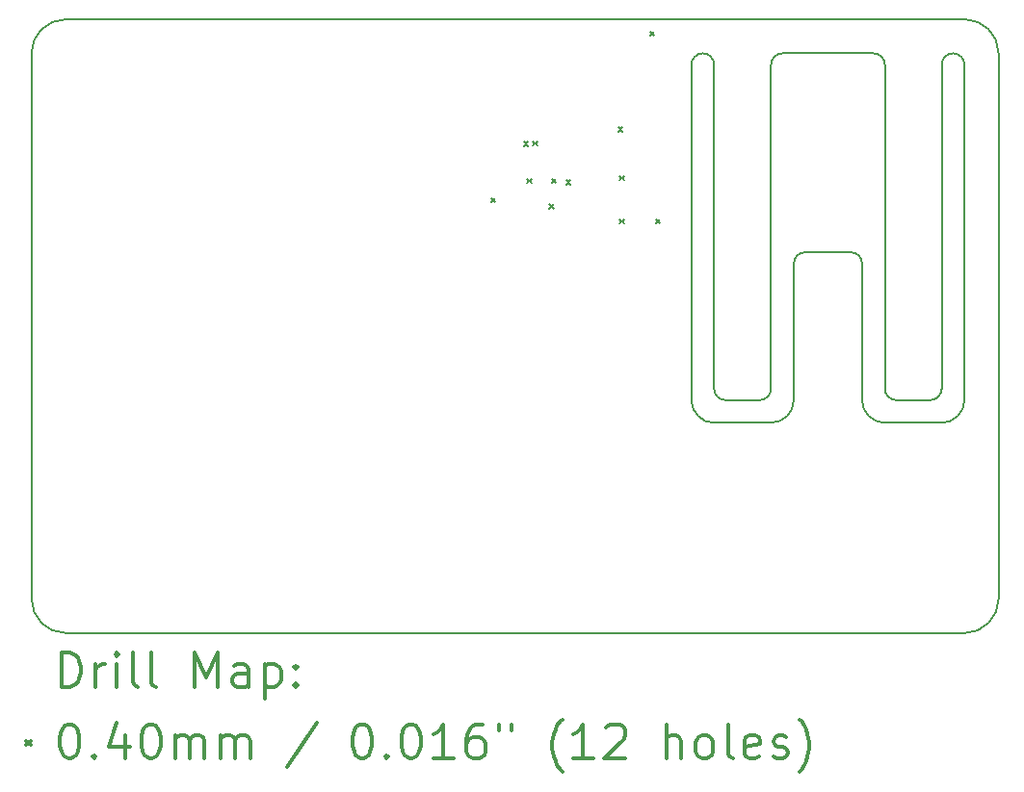
<source format=gbr>
%FSLAX45Y45*%
G04 Gerber Fmt 4.5, Leading zero omitted, Abs format (unit mm)*
G04 Created by KiCad (PCBNEW 4.0.7) date 06/25/18 21:14:00*
%MOMM*%
%LPD*%
G01*
G04 APERTURE LIST*
%ADD10C,0.127000*%
%ADD11C,0.150000*%
%ADD12C,0.200000*%
%ADD13C,0.300000*%
G04 APERTURE END LIST*
D10*
D11*
X12600000Y-5800000D02*
G75*
G03X12500000Y-5900000I0J-100000D01*
G01*
X13500000Y-5900000D02*
G75*
G03X13400000Y-5800000I-100000J0D01*
G01*
X13400000Y-5800000D02*
X12600000Y-5800000D01*
X13600000Y-8850000D02*
X13900000Y-8850000D01*
X12100000Y-8850000D02*
X12400000Y-8850000D01*
X12000000Y-8750000D02*
X12000000Y-8750000D01*
X12500000Y-5900000D02*
X12500000Y-8750000D01*
X12400000Y-8850000D02*
G75*
G03X12500000Y-8750000I0J100000D01*
G01*
X12000000Y-8750000D02*
G75*
G03X12100000Y-8850000I100000J0D01*
G01*
X13900000Y-8850000D02*
G75*
G03X14000000Y-8750000I0J100000D01*
G01*
X14000000Y-5900000D02*
X14000000Y-8750000D01*
X14200000Y-5900000D02*
X14200000Y-6000000D01*
X14200000Y-5900000D02*
G75*
G03X14100000Y-5800000I-100000J0D01*
G01*
X14100000Y-5800000D02*
G75*
G03X14000000Y-5900000I0J-100000D01*
G01*
X11800000Y-5900000D02*
X11800000Y-6000000D01*
X12000000Y-5900000D02*
G75*
G03X11900000Y-5800000I-100000J0D01*
G01*
X11900000Y-5800000D02*
G75*
G03X11800000Y-5900000I0J-100000D01*
G01*
X12000000Y-5900000D02*
X12000000Y-8750000D01*
X13500000Y-8750000D02*
G75*
G03X13600000Y-8850000I100000J0D01*
G01*
X13500000Y-5900000D02*
X13500000Y-8750000D01*
X12500000Y-9050000D02*
G75*
G03X12700000Y-8850000I0J200000D01*
G01*
X13300000Y-8850000D02*
G75*
G03X13500000Y-9050000I200000J0D01*
G01*
X13200000Y-7550000D02*
X12800000Y-7550000D01*
X12800000Y-7550000D02*
G75*
G03X12700000Y-7650000I0J-100000D01*
G01*
X13300000Y-7650000D02*
G75*
G03X13200000Y-7550000I-100000J0D01*
G01*
X14000000Y-9050000D02*
X13500000Y-9050000D01*
X13300000Y-8850000D02*
X13300000Y-7650000D01*
X12500000Y-9050000D02*
X12000000Y-9050000D01*
X12700000Y-8850000D02*
X12700000Y-7650000D01*
X11800000Y-6000000D02*
X11800000Y-8850000D01*
X11800000Y-8850000D02*
G75*
G03X12000000Y-9050000I200000J0D01*
G01*
X14000000Y-9050000D02*
G75*
G03X14200000Y-8850000I0J200000D01*
G01*
X14200000Y-6000000D02*
X14200000Y-8850000D01*
X14200000Y-10900000D02*
G75*
G03X14500000Y-10600000I0J300000D01*
G01*
X14500000Y-5800000D02*
G75*
G03X14200000Y-5500000I-300000J0D01*
G01*
X6000000Y-10600000D02*
G75*
G03X6300000Y-10900000I300000J0D01*
G01*
X6300000Y-5500000D02*
G75*
G03X6000000Y-5800000I0J-300000D01*
G01*
X6300000Y-10900000D02*
X14200000Y-10900000D01*
X6000000Y-10600000D02*
X6000000Y-5800000D01*
X14500000Y-5800000D02*
X14500000Y-10600000D01*
X6300000Y-5500000D02*
X14200000Y-5500000D01*
D12*
X10038400Y-7071681D02*
X10078400Y-7111681D01*
X10078400Y-7071681D02*
X10038400Y-7111681D01*
X10326757Y-6574346D02*
X10366757Y-6614346D01*
X10366757Y-6574346D02*
X10326757Y-6614346D01*
X10355900Y-6901500D02*
X10395900Y-6941500D01*
X10395900Y-6901500D02*
X10355900Y-6941500D01*
X10406700Y-6571300D02*
X10446700Y-6611300D01*
X10446700Y-6571300D02*
X10406700Y-6611300D01*
X10552935Y-7123566D02*
X10592935Y-7163566D01*
X10592935Y-7123566D02*
X10552935Y-7163566D01*
X10571800Y-6901500D02*
X10611800Y-6941500D01*
X10611800Y-6901500D02*
X10571800Y-6941500D01*
X10698800Y-6914201D02*
X10738800Y-6954201D01*
X10738800Y-6914201D02*
X10698800Y-6954201D01*
X11156000Y-6451919D02*
X11196000Y-6491919D01*
X11196000Y-6451919D02*
X11156000Y-6491919D01*
X11168700Y-6876099D02*
X11208700Y-6916099D01*
X11208700Y-6876099D02*
X11168700Y-6916099D01*
X11168700Y-7257100D02*
X11208700Y-7297100D01*
X11208700Y-7257100D02*
X11168700Y-7297100D01*
X11435400Y-5606099D02*
X11475400Y-5646099D01*
X11475400Y-5606099D02*
X11435400Y-5646099D01*
X11485201Y-7257100D02*
X11525201Y-7297100D01*
X11525201Y-7257100D02*
X11485201Y-7297100D01*
D13*
X6263928Y-11373214D02*
X6263928Y-11073214D01*
X6335357Y-11073214D01*
X6378214Y-11087500D01*
X6406786Y-11116072D01*
X6421071Y-11144643D01*
X6435357Y-11201786D01*
X6435357Y-11244643D01*
X6421071Y-11301786D01*
X6406786Y-11330357D01*
X6378214Y-11358929D01*
X6335357Y-11373214D01*
X6263928Y-11373214D01*
X6563928Y-11373214D02*
X6563928Y-11173214D01*
X6563928Y-11230357D02*
X6578214Y-11201786D01*
X6592500Y-11187500D01*
X6621071Y-11173214D01*
X6649643Y-11173214D01*
X6749643Y-11373214D02*
X6749643Y-11173214D01*
X6749643Y-11073214D02*
X6735357Y-11087500D01*
X6749643Y-11101786D01*
X6763928Y-11087500D01*
X6749643Y-11073214D01*
X6749643Y-11101786D01*
X6935357Y-11373214D02*
X6906786Y-11358929D01*
X6892500Y-11330357D01*
X6892500Y-11073214D01*
X7092500Y-11373214D02*
X7063928Y-11358929D01*
X7049643Y-11330357D01*
X7049643Y-11073214D01*
X7435357Y-11373214D02*
X7435357Y-11073214D01*
X7535357Y-11287500D01*
X7635357Y-11073214D01*
X7635357Y-11373214D01*
X7906786Y-11373214D02*
X7906786Y-11216071D01*
X7892500Y-11187500D01*
X7863928Y-11173214D01*
X7806786Y-11173214D01*
X7778214Y-11187500D01*
X7906786Y-11358929D02*
X7878214Y-11373214D01*
X7806786Y-11373214D01*
X7778214Y-11358929D01*
X7763928Y-11330357D01*
X7763928Y-11301786D01*
X7778214Y-11273214D01*
X7806786Y-11258929D01*
X7878214Y-11258929D01*
X7906786Y-11244643D01*
X8049643Y-11173214D02*
X8049643Y-11473214D01*
X8049643Y-11187500D02*
X8078214Y-11173214D01*
X8135357Y-11173214D01*
X8163928Y-11187500D01*
X8178214Y-11201786D01*
X8192500Y-11230357D01*
X8192500Y-11316071D01*
X8178214Y-11344643D01*
X8163928Y-11358929D01*
X8135357Y-11373214D01*
X8078214Y-11373214D01*
X8049643Y-11358929D01*
X8321071Y-11344643D02*
X8335357Y-11358929D01*
X8321071Y-11373214D01*
X8306786Y-11358929D01*
X8321071Y-11344643D01*
X8321071Y-11373214D01*
X8321071Y-11187500D02*
X8335357Y-11201786D01*
X8321071Y-11216071D01*
X8306786Y-11201786D01*
X8321071Y-11187500D01*
X8321071Y-11216071D01*
X5952500Y-11847500D02*
X5992500Y-11887500D01*
X5992500Y-11847500D02*
X5952500Y-11887500D01*
X6321071Y-11703214D02*
X6349643Y-11703214D01*
X6378214Y-11717500D01*
X6392500Y-11731786D01*
X6406786Y-11760357D01*
X6421071Y-11817500D01*
X6421071Y-11888929D01*
X6406786Y-11946071D01*
X6392500Y-11974643D01*
X6378214Y-11988929D01*
X6349643Y-12003214D01*
X6321071Y-12003214D01*
X6292500Y-11988929D01*
X6278214Y-11974643D01*
X6263928Y-11946071D01*
X6249643Y-11888929D01*
X6249643Y-11817500D01*
X6263928Y-11760357D01*
X6278214Y-11731786D01*
X6292500Y-11717500D01*
X6321071Y-11703214D01*
X6549643Y-11974643D02*
X6563928Y-11988929D01*
X6549643Y-12003214D01*
X6535357Y-11988929D01*
X6549643Y-11974643D01*
X6549643Y-12003214D01*
X6821071Y-11803214D02*
X6821071Y-12003214D01*
X6749643Y-11688929D02*
X6678214Y-11903214D01*
X6863928Y-11903214D01*
X7035357Y-11703214D02*
X7063928Y-11703214D01*
X7092500Y-11717500D01*
X7106786Y-11731786D01*
X7121071Y-11760357D01*
X7135357Y-11817500D01*
X7135357Y-11888929D01*
X7121071Y-11946071D01*
X7106786Y-11974643D01*
X7092500Y-11988929D01*
X7063928Y-12003214D01*
X7035357Y-12003214D01*
X7006786Y-11988929D01*
X6992500Y-11974643D01*
X6978214Y-11946071D01*
X6963928Y-11888929D01*
X6963928Y-11817500D01*
X6978214Y-11760357D01*
X6992500Y-11731786D01*
X7006786Y-11717500D01*
X7035357Y-11703214D01*
X7263928Y-12003214D02*
X7263928Y-11803214D01*
X7263928Y-11831786D02*
X7278214Y-11817500D01*
X7306786Y-11803214D01*
X7349643Y-11803214D01*
X7378214Y-11817500D01*
X7392500Y-11846071D01*
X7392500Y-12003214D01*
X7392500Y-11846071D02*
X7406786Y-11817500D01*
X7435357Y-11803214D01*
X7478214Y-11803214D01*
X7506786Y-11817500D01*
X7521071Y-11846071D01*
X7521071Y-12003214D01*
X7663928Y-12003214D02*
X7663928Y-11803214D01*
X7663928Y-11831786D02*
X7678214Y-11817500D01*
X7706786Y-11803214D01*
X7749643Y-11803214D01*
X7778214Y-11817500D01*
X7792500Y-11846071D01*
X7792500Y-12003214D01*
X7792500Y-11846071D02*
X7806786Y-11817500D01*
X7835357Y-11803214D01*
X7878214Y-11803214D01*
X7906786Y-11817500D01*
X7921071Y-11846071D01*
X7921071Y-12003214D01*
X8506786Y-11688929D02*
X8249643Y-12074643D01*
X8892500Y-11703214D02*
X8921071Y-11703214D01*
X8949643Y-11717500D01*
X8963928Y-11731786D01*
X8978214Y-11760357D01*
X8992500Y-11817500D01*
X8992500Y-11888929D01*
X8978214Y-11946071D01*
X8963928Y-11974643D01*
X8949643Y-11988929D01*
X8921071Y-12003214D01*
X8892500Y-12003214D01*
X8863928Y-11988929D01*
X8849643Y-11974643D01*
X8835357Y-11946071D01*
X8821071Y-11888929D01*
X8821071Y-11817500D01*
X8835357Y-11760357D01*
X8849643Y-11731786D01*
X8863928Y-11717500D01*
X8892500Y-11703214D01*
X9121071Y-11974643D02*
X9135357Y-11988929D01*
X9121071Y-12003214D01*
X9106786Y-11988929D01*
X9121071Y-11974643D01*
X9121071Y-12003214D01*
X9321071Y-11703214D02*
X9349643Y-11703214D01*
X9378214Y-11717500D01*
X9392500Y-11731786D01*
X9406786Y-11760357D01*
X9421071Y-11817500D01*
X9421071Y-11888929D01*
X9406786Y-11946071D01*
X9392500Y-11974643D01*
X9378214Y-11988929D01*
X9349643Y-12003214D01*
X9321071Y-12003214D01*
X9292500Y-11988929D01*
X9278214Y-11974643D01*
X9263928Y-11946071D01*
X9249643Y-11888929D01*
X9249643Y-11817500D01*
X9263928Y-11760357D01*
X9278214Y-11731786D01*
X9292500Y-11717500D01*
X9321071Y-11703214D01*
X9706786Y-12003214D02*
X9535357Y-12003214D01*
X9621071Y-12003214D02*
X9621071Y-11703214D01*
X9592500Y-11746071D01*
X9563928Y-11774643D01*
X9535357Y-11788929D01*
X9963928Y-11703214D02*
X9906786Y-11703214D01*
X9878214Y-11717500D01*
X9863928Y-11731786D01*
X9835357Y-11774643D01*
X9821071Y-11831786D01*
X9821071Y-11946071D01*
X9835357Y-11974643D01*
X9849643Y-11988929D01*
X9878214Y-12003214D01*
X9935357Y-12003214D01*
X9963928Y-11988929D01*
X9978214Y-11974643D01*
X9992500Y-11946071D01*
X9992500Y-11874643D01*
X9978214Y-11846071D01*
X9963928Y-11831786D01*
X9935357Y-11817500D01*
X9878214Y-11817500D01*
X9849643Y-11831786D01*
X9835357Y-11846071D01*
X9821071Y-11874643D01*
X10106786Y-11703214D02*
X10106786Y-11760357D01*
X10221071Y-11703214D02*
X10221071Y-11760357D01*
X10663928Y-12117500D02*
X10649643Y-12103214D01*
X10621071Y-12060357D01*
X10606786Y-12031786D01*
X10592500Y-11988929D01*
X10578214Y-11917500D01*
X10578214Y-11860357D01*
X10592500Y-11788929D01*
X10606786Y-11746071D01*
X10621071Y-11717500D01*
X10649643Y-11674643D01*
X10663928Y-11660357D01*
X10935357Y-12003214D02*
X10763928Y-12003214D01*
X10849643Y-12003214D02*
X10849643Y-11703214D01*
X10821071Y-11746071D01*
X10792500Y-11774643D01*
X10763928Y-11788929D01*
X11049643Y-11731786D02*
X11063928Y-11717500D01*
X11092500Y-11703214D01*
X11163928Y-11703214D01*
X11192500Y-11717500D01*
X11206785Y-11731786D01*
X11221071Y-11760357D01*
X11221071Y-11788929D01*
X11206785Y-11831786D01*
X11035357Y-12003214D01*
X11221071Y-12003214D01*
X11578214Y-12003214D02*
X11578214Y-11703214D01*
X11706785Y-12003214D02*
X11706785Y-11846071D01*
X11692500Y-11817500D01*
X11663928Y-11803214D01*
X11621071Y-11803214D01*
X11592500Y-11817500D01*
X11578214Y-11831786D01*
X11892500Y-12003214D02*
X11863928Y-11988929D01*
X11849643Y-11974643D01*
X11835357Y-11946071D01*
X11835357Y-11860357D01*
X11849643Y-11831786D01*
X11863928Y-11817500D01*
X11892500Y-11803214D01*
X11935357Y-11803214D01*
X11963928Y-11817500D01*
X11978214Y-11831786D01*
X11992500Y-11860357D01*
X11992500Y-11946071D01*
X11978214Y-11974643D01*
X11963928Y-11988929D01*
X11935357Y-12003214D01*
X11892500Y-12003214D01*
X12163928Y-12003214D02*
X12135357Y-11988929D01*
X12121071Y-11960357D01*
X12121071Y-11703214D01*
X12392500Y-11988929D02*
X12363928Y-12003214D01*
X12306786Y-12003214D01*
X12278214Y-11988929D01*
X12263928Y-11960357D01*
X12263928Y-11846071D01*
X12278214Y-11817500D01*
X12306786Y-11803214D01*
X12363928Y-11803214D01*
X12392500Y-11817500D01*
X12406786Y-11846071D01*
X12406786Y-11874643D01*
X12263928Y-11903214D01*
X12521071Y-11988929D02*
X12549643Y-12003214D01*
X12606786Y-12003214D01*
X12635357Y-11988929D01*
X12649643Y-11960357D01*
X12649643Y-11946071D01*
X12635357Y-11917500D01*
X12606786Y-11903214D01*
X12563928Y-11903214D01*
X12535357Y-11888929D01*
X12521071Y-11860357D01*
X12521071Y-11846071D01*
X12535357Y-11817500D01*
X12563928Y-11803214D01*
X12606786Y-11803214D01*
X12635357Y-11817500D01*
X12749643Y-12117500D02*
X12763928Y-12103214D01*
X12792500Y-12060357D01*
X12806786Y-12031786D01*
X12821071Y-11988929D01*
X12835357Y-11917500D01*
X12835357Y-11860357D01*
X12821071Y-11788929D01*
X12806786Y-11746071D01*
X12792500Y-11717500D01*
X12763928Y-11674643D01*
X12749643Y-11660357D01*
M02*

</source>
